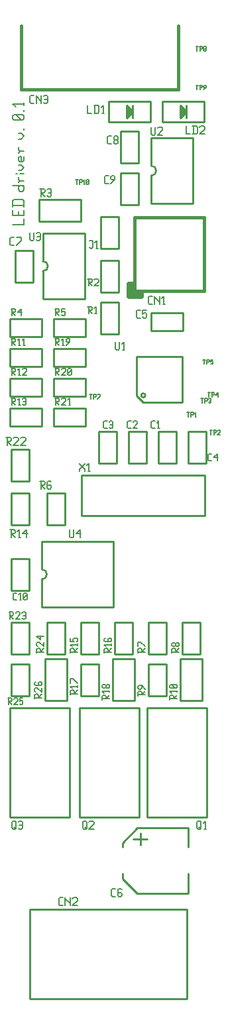
<source format=gbr>
G04 start of page 8 for group -4079 idx -4079 *
G04 Title: LED driver v. 0.1, topsilk *
G04 Creator: pcb 1.99x *
G04 CreationDate: Sun Jun 28 04:20:52 2009 UTC *
G04 For: davidellsworth *
G04 Format: Gerber/RS-274X *
G04 PCB-Dimensions: 113000 493000 *
G04 PCB-Coordinate-Origin: lower left *
%MOIN*%
%FSLAX24Y24*%
%LNFRONTSILK*%
%ADD15C,0.0100*%
%ADD20C,0.0150*%
%ADD43C,0.0070*%
%ADD44C,0.0250*%
G54D43*X740Y39100D02*X1300D01*
Y39380D02*Y39100D01*
X1020Y39758D02*Y39548D01*
X1300Y39828D02*Y39548D01*
X740D02*X1300D01*
X740Y39828D02*Y39548D01*
Y40066D02*X1300D01*
X740Y40276D02*X810Y40346D01*
X1230D01*
X1300Y40276D02*X1230Y40346D01*
X1300Y40276D02*Y39996D01*
X740Y40276D02*Y39996D01*
Y41046D02*X1300D01*
Y40976D02*X1230Y41046D01*
X1300Y40976D02*Y40836D01*
X1230Y40766D02*X1300Y40836D01*
X1090Y40766D02*X1230D01*
X1090D02*X1020Y40836D01*
Y40976D02*Y40836D01*
Y40976D02*X1090Y41046D01*
Y41284D02*X1300D01*
X1090D02*X1020Y41354D01*
Y41494D02*Y41354D01*
Y41214D02*X1090Y41284D01*
X880Y41662D02*X950D01*
X1090D02*X1300D01*
X1020Y41802D02*X1160D01*
X1300Y41942D01*
X1160Y42082D01*
X1020D02*X1160D01*
X1300Y42530D02*Y42320D01*
X1230Y42250D02*X1300Y42320D01*
X1090Y42250D02*X1230D01*
X1090D02*X1020Y42320D01*
Y42460D02*Y42320D01*
Y42460D02*X1090Y42530D01*
X1160D02*Y42250D01*
X1090Y42530D02*X1160D01*
X1090Y42769D02*X1300D01*
X1090D02*X1020Y42839D01*
Y42979D02*Y42839D01*
Y42699D02*X1090Y42769D01*
X1020Y43399D02*X1160D01*
X1300Y43539D01*
X1160Y43679D01*
X1020D02*X1160D01*
X1300Y43917D02*Y43847D01*
X1230Y44337D02*X1300Y44407D01*
X810Y44337D02*X1230D01*
X810D02*X740Y44407D01*
Y44547D02*Y44407D01*
Y44547D02*X810Y44617D01*
X1230D01*
X1300Y44547D02*X1230Y44617D01*
X1300Y44547D02*Y44407D01*
X1160Y44337D02*X880Y44617D01*
X1300Y44855D02*Y44785D01*
Y45233D02*Y45093D01*
X740Y45163D02*X1300D01*
X880Y45023D02*X740Y45163D01*
G54D15*X5150Y39500D02*Y37900D01*
Y39500D02*X6050D01*
Y37900D01*
X5150D02*X6050D01*
X1750Y37800D02*Y36200D01*
X850D02*X1750D01*
X850Y37800D02*Y36200D01*
Y37800D02*X1750D01*
X2250Y38650D02*Y37250D01*
Y36750D02*Y35350D01*
Y38650D02*X4350D01*
Y35350D01*
X2250D02*X4350D01*
X2250Y36750D02*G75*G03X2250Y37250I0J250D01*G01*
X5150Y37300D02*Y35700D01*
Y37300D02*X6050D01*
Y35700D01*
X5150D02*X6050D01*
X2050Y40350D02*Y39250D01*
Y40350D02*X4150D01*
Y39250D01*
X2050D02*X4150D01*
X6600Y44900D02*Y44650D01*
X6550Y44950D02*Y44600D01*
X6500Y45050D02*Y44550D01*
X6450Y45100D02*X6750Y44800D01*
X6450Y45100D02*Y44450D01*
X6750Y44750D02*X6450Y44450D01*
X6750Y45100D02*Y44450D01*
X6700Y44800D02*Y44750D01*
X5550Y45300D02*X7650D01*
X6650Y44850D02*Y44700D01*
X5550Y44250D02*X7650D01*
X5550Y45300D02*Y44250D01*
X7650Y45300D02*Y44250D01*
X9300Y44900D02*Y44650D01*
X9250Y44950D02*Y44600D01*
X9200Y45050D02*Y44550D01*
X9150Y45100D02*X9450Y44800D01*
X9150Y45100D02*Y44450D01*
X9450Y44750D02*X9150Y44450D01*
X9450Y45100D02*Y44450D01*
X9400Y44800D02*Y44750D01*
X8250Y45300D02*X10350D01*
X9350Y44850D02*Y44700D01*
X8250Y44250D02*X10350D01*
X8250Y45300D02*Y44250D01*
X10350Y45300D02*Y44250D01*
G54D20*X1150Y49100D02*Y45900D01*
X9000D01*
X9050Y49100D02*Y45900D01*
G54D15*X7700Y43450D02*Y42050D01*
Y41550D02*Y40150D01*
Y43450D02*X9800D01*
Y40150D01*
X7700D02*X9800D01*
X7700Y41550D02*G75*G03X7700Y42050I0J250D01*G01*
X6150Y41700D02*Y40100D01*
Y41700D02*X7050D01*
Y40100D01*
X6150D02*X7050D01*
Y43800D02*Y42200D01*
X6150D02*X7050D01*
X6150Y43800D02*Y42200D01*
Y43800D02*X7050D01*
X5750Y15150D02*X6850D01*
X5750Y17250D02*Y15150D01*
Y17250D02*X6850D01*
Y15150D01*
X4100Y9300D02*X7100D01*
X4100Y14800D02*X7100D01*
X4100D02*Y9300D01*
X7100Y14800D02*Y9300D01*
X9150Y15150D02*X10250D01*
X9150Y17250D02*Y15150D01*
Y17250D02*X10250D01*
Y15150D01*
X7550Y17000D02*Y15400D01*
Y17000D02*X8450D01*
Y15400D01*
X7550D02*X8450D01*
X7550Y19100D02*Y17500D01*
Y19100D02*X8450D01*
Y17500D01*
X7550D02*X8450D01*
X7500Y9300D02*X10500D01*
X7500Y14800D02*X10500D01*
X7500D02*Y9300D01*
X10500Y14800D02*Y9300D01*
X4150Y17000D02*Y15400D01*
Y17000D02*X5050D01*
Y15400D01*
X4150D02*X5050D01*
X650Y17000D02*Y15400D01*
Y17000D02*X1550D01*
Y15400D01*
X650D02*X1550D01*
X2350Y15150D02*X3450D01*
X2350Y17250D02*Y15150D01*
Y17250D02*X3450D01*
Y15150D01*
X2450Y19100D02*Y17500D01*
Y19100D02*X3350D01*
Y17500D01*
X2450D02*X3350D01*
X4150Y19100D02*Y17500D01*
Y19100D02*X5050D01*
Y17500D01*
X4150D02*X5050D01*
X650Y19100D02*Y17500D01*
Y19100D02*X1550D01*
Y17500D01*
X650D02*X1550D01*
X9550Y8750D02*X7000D01*
X9550D02*Y7800D01*
Y6450D02*Y5450D01*
X7000D01*
X6250Y6200D02*X7000Y5450D01*
Y8750D02*X6250Y8000D01*
Y7800D01*
Y6450D02*Y6200D01*
X6800Y8200D02*X7500D01*
X7150Y8500D02*Y7900D01*
X600Y9300D02*X3600D01*
X600Y14800D02*X3600D01*
X600D02*Y9300D01*
X3600Y14800D02*Y9300D01*
X1610Y162D02*X9484D01*
X1610Y4650D02*Y162D01*
Y4650D02*X9484D01*
Y162D01*
X650Y27800D02*Y26200D01*
Y27800D02*X1550D01*
Y26200D01*
X650D02*X1550D01*
X4200Y24450D02*X10400D01*
Y26500D02*Y24450D01*
X4200Y26500D02*X10400D01*
X4200D02*Y24450D01*
X8950Y28700D02*Y27100D01*
X8050D02*X8950D01*
X8050Y28700D02*Y27100D01*
Y28700D02*X8950D01*
X5050D02*Y27100D01*
Y28700D02*X5950D01*
Y27100D01*
X5050D02*X5950D01*
X7450Y28700D02*Y27100D01*
X6550D02*X7450D01*
X6550Y28700D02*Y27100D01*
Y28700D02*X7450D01*
X2450Y25600D02*Y24000D01*
Y25600D02*X3350D01*
Y24000D01*
X2450D02*X3350D01*
X650Y22300D02*Y20700D01*
Y22300D02*X1550D01*
Y20700D01*
X650D02*X1550D01*
X5850Y19100D02*Y17500D01*
Y19100D02*X6750D01*
Y17500D01*
X5850D02*X6750D01*
X650Y25600D02*Y24000D01*
Y25600D02*X1550D01*
Y24000D01*
X650D02*X1550D01*
X2200Y23150D02*Y21750D01*
Y21250D02*Y19850D01*
Y23150D02*X5800D01*
Y19850D01*
X2200D02*X5800D01*
X2200Y21250D02*G75*G03X2200Y21750I0J250D01*G01*
X2800Y29850D02*X4400D01*
Y28950D01*
X2800D02*X4400D01*
X2800Y29850D02*Y28950D01*
X2200Y29850D02*X600D01*
X2200Y28950D02*Y29850D01*
X600Y28950D02*X2200D01*
X600Y29850D02*Y28950D01*
X9250Y19100D02*Y17500D01*
Y19100D02*X10150D01*
Y17500D01*
X9250D02*X10150D01*
X9550Y28700D02*Y27100D01*
Y28700D02*X10450D01*
Y27100D01*
X9550D02*X10450D01*
X2800Y32850D02*X4400D01*
Y31950D01*
X2800D02*X4400D01*
X2800Y32850D02*Y31950D01*
X2200Y32850D02*X600D01*
X2200Y31950D02*Y32850D01*
X600Y31950D02*X2200D01*
X600Y32850D02*Y31950D01*
X2200Y31350D02*X600D01*
X2200Y30450D02*Y31350D01*
X600Y30450D02*X2200D01*
X600Y31350D02*Y30450D01*
X2800Y31350D02*X4400D01*
Y30450D01*
X2800D02*X4400D01*
X2800Y31350D02*Y30450D01*
X2200Y34350D02*X600D01*
X2200Y33450D02*Y34350D01*
X600Y33450D02*X2200D01*
X600Y34350D02*Y33450D01*
X4400Y34350D02*X2800D01*
X4400Y33450D02*Y34350D01*
X2800Y33450D02*X4400D01*
X2800Y34350D02*Y33450D01*
X6950Y32450D02*Y30500D01*
X7300Y30150D01*
X9250Y32450D02*Y30150D01*
X7300D02*X9250D01*
X6950Y32450D02*X9250D01*
X7300Y30400D02*G75*G03X7300Y30400I0J100D01*G01*
X7700Y33750D02*X9300D01*
X7700Y34650D02*Y33750D01*
Y34650D02*X9300D01*
Y33750D01*
X5150Y35200D02*Y33600D01*
Y35200D02*X6050D01*
Y33600D01*
X5150D02*X6050D01*
G54D44*X6600Y35650D02*X7200D01*
X6750Y36100D02*Y35500D01*
X6600Y36100D02*Y35500D01*
Y36100D02*X6800D01*
X7200Y35500D02*Y35700D01*
X6600Y35500D02*X7200D01*
G54D20*X6850Y35750D02*Y39450D01*
X10350D02*Y35750D01*
X6850D01*
Y39450D02*X10350D01*
G54D43*X400Y28400D02*X600D01*
X650Y28350D01*
Y28250D01*
X600Y28200D02*X650Y28250D01*
X450Y28200D02*X600D01*
X450Y28400D02*Y28000D01*
Y28200D02*X650Y28000D01*
X770Y28350D02*X820Y28400D01*
X970D01*
X1020Y28350D01*
Y28250D01*
X770Y28000D02*X1020Y28250D01*
X770Y28000D02*X1020D01*
X1140Y28350D02*X1190Y28400D01*
X1340D01*
X1390Y28350D01*
Y28250D01*
X1140Y28000D02*X1390Y28250D01*
X1140Y28000D02*X1390D01*
X10594Y27205D02*X10728D01*
X10550Y27249D02*X10594Y27205D01*
X10550Y27516D02*Y27249D01*
Y27516D02*X10594Y27561D01*
X10728D01*
X10834Y27383D02*X11012Y27561D01*
X10834Y27383D02*X11057D01*
X11012Y27561D02*Y27205D01*
X4100Y27100D02*Y27050D01*
X4350Y26800D01*
Y26700D01*
X4100Y26800D02*Y26700D01*
Y26800D02*X4350Y27050D01*
Y27100D02*Y27050D01*
X4520Y26700D02*X4620D01*
X4570Y27100D02*Y26700D01*
X4470Y27000D02*X4570Y27100D01*
X7744Y28855D02*X7878D01*
X7700Y28899D02*X7744Y28855D01*
X7700Y29166D02*Y28899D01*
Y29166D02*X7744Y29211D01*
X7878D01*
X8029Y28855D02*X8118D01*
X8073Y29211D02*Y28855D01*
X7984Y29122D02*X8073Y29211D01*
X5344Y28855D02*X5478D01*
X5300Y28899D02*X5344Y28855D01*
X5300Y29166D02*Y28899D01*
Y29166D02*X5344Y29211D01*
X5478D01*
X5584Y29166D02*X5629Y29211D01*
X5718D01*
X5762Y29166D01*
Y28899D01*
X5718Y28855D02*X5762Y28899D01*
X5629Y28855D02*X5718D01*
X5584Y28899D02*X5629Y28855D01*
Y29033D02*X5762D01*
X6544Y28855D02*X6678D01*
X6500Y28899D02*X6544Y28855D01*
X6500Y29166D02*Y28899D01*
Y29166D02*X6544Y29211D01*
X6678D01*
X6784Y29166D02*X6829Y29211D01*
X6962D01*
X7007Y29166D01*
Y29077D01*
X6784Y28855D02*X7007Y29077D01*
X6784Y28855D02*X7007D01*
X2100Y26200D02*X2300D01*
X2350Y26150D01*
Y26050D01*
X2300Y26000D02*X2350Y26050D01*
X2150Y26000D02*X2300D01*
X2150Y26200D02*Y25800D01*
Y26000D02*X2350Y25800D01*
X2620Y26200D02*X2670Y26150D01*
X2520Y26200D02*X2620D01*
X2470Y26150D02*X2520Y26200D01*
X2470Y26150D02*Y25850D01*
X2520Y25800D01*
X2620Y26000D02*X2670Y25950D01*
X2470Y26000D02*X2620D01*
X2520Y25800D02*X2620D01*
X2670Y25850D01*
Y25950D02*Y25850D01*
X600Y23750D02*X800D01*
X850Y23700D01*
Y23600D01*
X800Y23550D02*X850Y23600D01*
X650Y23550D02*X800D01*
X650Y23750D02*Y23350D01*
Y23550D02*X850Y23350D01*
X1020D02*X1120D01*
X1070Y23750D02*Y23350D01*
X970Y23650D02*X1070Y23750D01*
X1240Y23550D02*X1440Y23750D01*
X1240Y23550D02*X1490D01*
X1440Y23750D02*Y23350D01*
X3600Y23750D02*Y23400D01*
X3650Y23350D01*
X3750D01*
X3800Y23400D01*
Y23750D02*Y23400D01*
X3920Y23550D02*X4120Y23750D01*
X3920Y23550D02*X4170D01*
X4120Y23750D02*Y23350D01*
X9500Y29644D02*X9612D01*
X9556D02*Y29420D01*
X9707Y29644D02*Y29420D01*
X9679Y29644D02*X9791D01*
X9819Y29616D01*
Y29560D01*
X9791Y29532D02*X9819Y29560D01*
X9707Y29532D02*X9791D01*
X9914Y29420D02*X9970D01*
X9942Y29644D02*Y29420D01*
X9886Y29588D02*X9942Y29644D01*
X10650Y28744D02*X10762D01*
X10706D02*Y28520D01*
X10857Y28744D02*Y28520D01*
X10829Y28744D02*X10941D01*
X10969Y28716D01*
Y28660D01*
X10941Y28632D02*X10969Y28660D01*
X10857Y28632D02*X10941D01*
X11036Y28716D02*X11064Y28744D01*
X11148D01*
X11176Y28716D01*
Y28660D01*
X11036Y28520D02*X11176Y28660D01*
X11036Y28520D02*X11176D01*
X3639Y15628D02*Y15450D01*
Y15628D02*X3683Y15672D01*
X3772D01*
X3817Y15628D02*X3772Y15672D01*
X3817Y15628D02*Y15494D01*
X3639D02*X3995D01*
X3817D02*X3995Y15672D01*
Y15912D02*Y15823D01*
X3639Y15868D02*X3995D01*
X3728Y15779D02*X3639Y15868D01*
X3995Y16019D02*X3772Y16242D01*
X3639D02*X3772D01*
X3639D02*Y16019D01*
X5239Y15378D02*Y15200D01*
Y15378D02*X5283Y15422D01*
X5372D01*
X5417Y15378D02*X5372Y15422D01*
X5417Y15378D02*Y15244D01*
X5239D02*X5595D01*
X5417D02*X5595Y15422D01*
Y15662D02*Y15573D01*
X5239Y15618D02*X5595D01*
X5328Y15529D02*X5239Y15618D01*
X5550Y15769D02*X5595Y15814D01*
X5461Y15769D02*X5550D01*
X5461D02*X5417Y15814D01*
Y15903D02*Y15814D01*
Y15903D02*X5461Y15947D01*
X5550D01*
X5595Y15903D02*X5550Y15947D01*
X5595Y15903D02*Y15814D01*
X5372Y15769D02*X5417Y15814D01*
X5283Y15769D02*X5372D01*
X5283D02*X5239Y15814D01*
Y15903D02*Y15814D01*
Y15903D02*X5283Y15947D01*
X5372D01*
X5417Y15903D02*X5372Y15947D01*
X4250Y9050D02*Y8750D01*
Y9050D02*X4300Y9100D01*
X4400D01*
X4450Y9050D01*
Y8750D01*
X4400Y8700D02*X4450Y8750D01*
X4300Y8700D02*X4400D01*
X4250Y8750D02*X4300Y8700D01*
X4350Y8800D02*X4450Y8700D01*
X4570Y9050D02*X4620Y9100D01*
X4770D01*
X4820Y9050D01*
Y8950D01*
X4570Y8700D02*X4820Y8950D01*
X4570Y8700D02*X4820D01*
X3100Y4850D02*X3250D01*
X3050Y4900D02*X3100Y4850D01*
X3050Y5200D02*Y4900D01*
Y5200D02*X3100Y5250D01*
X3250D01*
X3370D02*Y4850D01*
Y5250D02*Y5200D01*
X3620Y4950D01*
Y5250D02*Y4850D01*
X3740Y5200D02*X3790Y5250D01*
X3940D01*
X3990Y5200D01*
Y5100D01*
X3740Y4850D02*X3990Y5100D01*
X3740Y4850D02*X3990D01*
X8639Y15378D02*Y15200D01*
Y15378D02*X8683Y15422D01*
X8772D01*
X8817Y15378D02*X8772Y15422D01*
X8817Y15378D02*Y15244D01*
X8639D02*X8995D01*
X8817D02*X8995Y15422D01*
Y15662D02*Y15573D01*
X8639Y15618D02*X8995D01*
X8728Y15529D02*X8639Y15618D01*
X8950Y15769D02*X8995Y15814D01*
X8683Y15769D02*X8950D01*
X8683D02*X8639Y15814D01*
Y15903D02*Y15814D01*
Y15903D02*X8683Y15947D01*
X8950D01*
X8995Y15903D02*X8950Y15947D01*
X8995Y15903D02*Y15814D01*
X8906Y15769D02*X8728Y15947D01*
X7039Y15578D02*Y15400D01*
Y15578D02*X7083Y15622D01*
X7172D01*
X7217Y15578D02*X7172Y15622D01*
X7217Y15578D02*Y15444D01*
X7039D02*X7395D01*
X7217D02*X7395Y15622D01*
Y15729D02*X7217Y15907D01*
X7083D02*X7217D01*
X7039Y15862D02*X7083Y15907D01*
X7039Y15862D02*Y15773D01*
X7083Y15729D02*X7039Y15773D01*
X7083Y15729D02*X7172D01*
X7217Y15773D01*
Y15907D02*Y15773D01*
X10000Y9050D02*Y8750D01*
Y9050D02*X10050Y9100D01*
X10150D01*
X10200Y9050D01*
Y8750D01*
X10150Y8700D02*X10200Y8750D01*
X10050Y8700D02*X10150D01*
X10000Y8750D02*X10050Y8700D01*
X10100Y8800D02*X10200Y8700D01*
X10370D02*X10470D01*
X10420Y9100D02*Y8700D01*
X10320Y9000D02*X10420Y9100D01*
X8739Y17728D02*Y17550D01*
Y17728D02*X8783Y17772D01*
X8872D01*
X8917Y17728D02*X8872Y17772D01*
X8917Y17728D02*Y17594D01*
X8739D02*X9095D01*
X8917D02*X9095Y17772D01*
X9050Y17879D02*X9095Y17923D01*
X8961Y17879D02*X9050D01*
X8961D02*X8917Y17923D01*
Y18012D02*Y17923D01*
Y18012D02*X8961Y18057D01*
X9050D01*
X9095Y18012D02*X9050Y18057D01*
X9095Y18012D02*Y17923D01*
X8872Y17879D02*X8917Y17923D01*
X8783Y17879D02*X8872D01*
X8783D02*X8739Y17923D01*
Y18012D02*Y17923D01*
Y18012D02*X8783Y18057D01*
X8872D01*
X8917Y18012D02*X8872Y18057D01*
X7039Y17728D02*Y17550D01*
Y17728D02*X7083Y17772D01*
X7172D01*
X7217Y17728D02*X7172Y17772D01*
X7217Y17728D02*Y17594D01*
X7039D02*X7395D01*
X7217D02*X7395Y17772D01*
Y17879D02*X7172Y18101D01*
X7039D02*X7172D01*
X7039D02*Y17879D01*
X3639Y17728D02*Y17550D01*
Y17728D02*X3683Y17772D01*
X3772D01*
X3817Y17728D02*X3772Y17772D01*
X3817Y17728D02*Y17594D01*
X3639D02*X3995D01*
X3817D02*X3995Y17772D01*
Y18012D02*Y17923D01*
X3639Y17968D02*X3995D01*
X3728Y17879D02*X3639Y17968D01*
Y18297D02*Y18119D01*
X3817D01*
X3772Y18164D01*
Y18253D02*Y18164D01*
Y18253D02*X3817Y18297D01*
X3950D01*
X3995Y18253D02*X3950Y18297D01*
X3995Y18253D02*Y18164D01*
X3950Y18119D02*X3995Y18164D01*
X500Y15272D02*X656D01*
X695Y15233D01*
Y15155D01*
X656Y15116D02*X695Y15155D01*
X539Y15116D02*X656D01*
X539Y15272D02*Y14960D01*
Y15116D02*X695Y14960D01*
X788Y15233D02*X827Y15272D01*
X944D01*
X983Y15233D01*
Y15155D01*
X788Y14960D02*X983Y15155D01*
X788Y14960D02*X983D01*
X1077Y15272D02*X1233D01*
X1077D02*Y15116D01*
X1116Y15155D01*
X1194D01*
X1233Y15116D01*
Y14999D01*
X1194Y14960D02*X1233Y14999D01*
X1116Y14960D02*X1194D01*
X1077Y14999D02*X1116Y14960D01*
X1839Y15428D02*Y15250D01*
Y15428D02*X1883Y15472D01*
X1972D01*
X2017Y15428D02*X1972Y15472D01*
X2017Y15428D02*Y15294D01*
X1839D02*X2195D01*
X2017D02*X2195Y15472D01*
X1883Y15579D02*X1839Y15623D01*
Y15757D02*Y15623D01*
Y15757D02*X1883Y15801D01*
X1972D01*
X2195Y15579D02*X1972Y15801D01*
X2195D02*Y15579D01*
X1839Y16042D02*X1883Y16086D01*
X1839Y16042D02*Y15953D01*
X1883Y15908D02*X1839Y15953D01*
X1883Y15908D02*X2150D01*
X2195Y15953D01*
X2017Y16042D02*X2061Y16086D01*
X2017Y16042D02*Y15908D01*
X2195Y16042D02*Y15953D01*
Y16042D02*X2150Y16086D01*
X2061D02*X2150D01*
X1939Y17728D02*Y17550D01*
Y17728D02*X1983Y17772D01*
X2072D01*
X2117Y17728D02*X2072Y17772D01*
X2117Y17728D02*Y17594D01*
X1939D02*X2295D01*
X2117D02*X2295Y17772D01*
X1983Y17879D02*X1939Y17923D01*
Y18057D02*Y17923D01*
Y18057D02*X1983Y18101D01*
X2072D01*
X2295Y17879D02*X2072Y18101D01*
X2295D02*Y17879D01*
X2117Y18208D02*X1939Y18386D01*
X2117Y18431D02*Y18208D01*
X1939Y18386D02*X2295D01*
X794Y20205D02*X928D01*
X750Y20249D02*X794Y20205D01*
X750Y20516D02*Y20249D01*
Y20516D02*X794Y20561D01*
X928D01*
X1079Y20205D02*X1168D01*
X1123Y20561D02*Y20205D01*
X1034Y20472D02*X1123Y20561D01*
X1275Y20249D02*X1319Y20205D01*
X1275Y20516D02*Y20249D01*
Y20516D02*X1319Y20561D01*
X1408D01*
X1453Y20516D01*
Y20249D01*
X1408Y20205D02*X1453Y20249D01*
X1319Y20205D02*X1408D01*
X1275Y20294D02*X1453Y20472D01*
X700Y9050D02*Y8750D01*
Y9050D02*X750Y9100D01*
X850D01*
X900Y9050D01*
Y8750D01*
X850Y8700D02*X900Y8750D01*
X750Y8700D02*X850D01*
X700Y8750D02*X750Y8700D01*
X800Y8800D02*X900Y8700D01*
X1020Y9050D02*X1070Y9100D01*
X1170D01*
X1220Y9050D01*
Y8750D01*
X1170Y8700D02*X1220Y8750D01*
X1070Y8700D02*X1170D01*
X1020Y8750D02*X1070Y8700D01*
Y8900D02*X1220D01*
X550Y19611D02*X728D01*
X772Y19566D01*
Y19477D01*
X728Y19433D02*X772Y19477D01*
X594Y19433D02*X728D01*
X594Y19611D02*Y19255D01*
Y19433D02*X772Y19255D01*
X879Y19566D02*X923Y19611D01*
X1057D01*
X1101Y19566D01*
Y19477D01*
X879Y19255D02*X1101Y19477D01*
X879Y19255D02*X1101D01*
X1208Y19566D02*X1253Y19611D01*
X1342D01*
X1386Y19566D01*
Y19299D01*
X1342Y19255D02*X1386Y19299D01*
X1253Y19255D02*X1342D01*
X1208Y19299D02*X1253Y19255D01*
Y19433D02*X1386D01*
X5339Y17728D02*Y17550D01*
Y17728D02*X5383Y17772D01*
X5472D01*
X5517Y17728D02*X5472Y17772D01*
X5517Y17728D02*Y17594D01*
X5339D02*X5695D01*
X5517D02*X5695Y17772D01*
Y18012D02*Y17923D01*
X5339Y17968D02*X5695D01*
X5428Y17879D02*X5339Y17968D01*
Y18253D02*X5383Y18297D01*
X5339Y18253D02*Y18164D01*
X5383Y18119D02*X5339Y18164D01*
X5383Y18119D02*X5650D01*
X5695Y18164D01*
X5517Y18253D02*X5561Y18297D01*
X5517Y18253D02*Y18119D01*
X5695Y18253D02*Y18164D01*
Y18253D02*X5650Y18297D01*
X5561D02*X5650D01*
X5750Y5300D02*X5900D01*
X5700Y5350D02*X5750Y5300D01*
X5700Y5650D02*Y5350D01*
Y5650D02*X5750Y5700D01*
X5900D01*
X6170D02*X6220Y5650D01*
X6070Y5700D02*X6170D01*
X6020Y5650D02*X6070Y5700D01*
X6020Y5650D02*Y5350D01*
X6070Y5300D01*
X6170Y5500D02*X6220Y5450D01*
X6020Y5500D02*X6170D01*
X6070Y5300D02*X6170D01*
X6220Y5350D01*
Y5450D02*Y5350D01*
X3900Y41344D02*X4012D01*
X3956D02*Y41120D01*
X4107Y41344D02*Y41120D01*
X4079Y41344D02*X4191D01*
X4219Y41316D01*
Y41260D01*
X4191Y41232D02*X4219Y41260D01*
X4107Y41232D02*X4191D01*
X4314Y41120D02*X4370D01*
X4342Y41344D02*Y41120D01*
X4286Y41288D02*X4342Y41344D01*
X4437Y41148D02*X4465Y41120D01*
X4437Y41316D02*Y41148D01*
Y41316D02*X4465Y41344D01*
X4521D01*
X4549Y41316D01*
Y41148D01*
X4521Y41120D02*X4549Y41148D01*
X4465Y41120D02*X4521D01*
X4437Y41176D02*X4549Y41288D01*
X4600Y38300D02*X4750D01*
Y37950D01*
X4700Y37900D02*X4750Y37950D01*
X4650Y37900D02*X4700D01*
X4600Y37950D02*X4650Y37900D01*
X4920D02*X5020D01*
X4970Y38300D02*Y37900D01*
X4870Y38200D02*X4970Y38300D01*
X650Y38050D02*X800D01*
X600Y38100D02*X650Y38050D01*
X600Y38400D02*Y38100D01*
Y38400D02*X650Y38450D01*
X800D01*
X920Y38050D02*X1170Y38300D01*
Y38450D02*Y38300D01*
X920Y38450D02*X1170D01*
X1600Y38700D02*Y38350D01*
X1650Y38300D01*
X1750D01*
X1800Y38350D01*
Y38700D02*Y38350D01*
X1920Y38650D02*X1970Y38700D01*
X2070D01*
X2120Y38650D01*
Y38350D01*
X2070Y38300D02*X2120Y38350D01*
X1970Y38300D02*X2070D01*
X1920Y38350D02*X1970Y38300D01*
Y38500D02*X2120D01*
X2100Y40900D02*X2300D01*
X2350Y40850D01*
Y40750D01*
X2300Y40700D02*X2350Y40750D01*
X2150Y40700D02*X2300D01*
X2150Y40900D02*Y40500D01*
Y40700D02*X2350Y40500D01*
X2470Y40850D02*X2520Y40900D01*
X2620D01*
X2670Y40850D01*
Y40550D01*
X2620Y40500D02*X2670Y40550D01*
X2520Y40500D02*X2620D01*
X2470Y40550D02*X2520Y40500D01*
Y40700D02*X2670D01*
X9950Y48044D02*X10062D01*
X10006D02*Y47820D01*
X10157Y48044D02*Y47820D01*
X10129Y48044D02*X10241D01*
X10269Y48016D01*
Y47960D01*
X10241Y47932D02*X10269Y47960D01*
X10157Y47932D02*X10241D01*
X10336Y47848D02*X10364Y47820D01*
X10336Y47904D02*Y47848D01*
Y47904D02*X10364Y47932D01*
X10420D01*
X10448Y47904D01*
Y47848D01*
X10420Y47820D02*X10448Y47848D01*
X10364Y47820D02*X10420D01*
X10336Y47960D02*X10364Y47932D01*
X10336Y48016D02*Y47960D01*
Y48016D02*X10364Y48044D01*
X10420D01*
X10448Y48016D01*
Y47960D01*
X10420Y47932D02*X10448Y47960D01*
X9950Y46094D02*X10062D01*
X10006D02*Y45870D01*
X10157Y46094D02*Y45870D01*
X10129Y46094D02*X10241D01*
X10269Y46066D01*
Y46010D01*
X10241Y45982D02*X10269Y46010D01*
X10157Y45982D02*X10241D01*
X10336Y45870D02*X10448Y45982D01*
Y46066D02*Y45982D01*
X10420Y46094D02*X10448Y46066D01*
X10364Y46094D02*X10420D01*
X10336Y46066D02*X10364Y46094D01*
X10336Y46066D02*Y46010D01*
X10364Y45982D01*
X10448D01*
X4500Y45100D02*Y44700D01*
X4700D01*
X4870Y45100D02*Y44700D01*
X5020Y45100D02*X5070Y45050D01*
Y44750D01*
X5020Y44700D02*X5070Y44750D01*
X4820Y44700D02*X5020D01*
X4820Y45100D02*X5020D01*
X5240Y44700D02*X5340D01*
X5290Y45100D02*Y44700D01*
X5190Y45000D02*X5290Y45100D01*
X9450Y44050D02*Y43650D01*
X9650D01*
X9820Y44050D02*Y43650D01*
X9970Y44050D02*X10020Y44000D01*
Y43700D01*
X9970Y43650D02*X10020Y43700D01*
X9770Y43650D02*X9970D01*
X9770Y44050D02*X9970D01*
X10140Y44000D02*X10190Y44050D01*
X10340D01*
X10390Y44000D01*
Y43900D01*
X10140Y43650D02*X10390Y43900D01*
X10140Y43650D02*X10390D01*
X1650Y45200D02*X1800D01*
X1600Y45250D02*X1650Y45200D01*
X1600Y45550D02*Y45250D01*
Y45550D02*X1650Y45600D01*
X1800D01*
X1920D02*Y45200D01*
Y45600D02*Y45550D01*
X2170Y45300D01*
Y45600D02*Y45200D01*
X2290Y45550D02*X2340Y45600D01*
X2440D01*
X2490Y45550D01*
Y45250D01*
X2440Y45200D02*X2490Y45250D01*
X2340Y45200D02*X2440D01*
X2290Y45250D02*X2340Y45200D01*
Y45400D02*X2490D01*
X7700Y44000D02*Y43650D01*
X7750Y43600D01*
X7850D01*
X7900Y43650D01*
Y44000D02*Y43650D01*
X8020Y43950D02*X8070Y44000D01*
X8220D01*
X8270Y43950D01*
Y43850D01*
X8020Y43600D02*X8270Y43850D01*
X8020Y43600D02*X8270D01*
X5400Y41150D02*X5550D01*
X5350Y41200D02*X5400Y41150D01*
X5350Y41500D02*Y41200D01*
Y41500D02*X5400Y41550D01*
X5550D01*
X5670Y41150D02*X5870Y41350D01*
Y41500D02*Y41350D01*
X5820Y41550D02*X5870Y41500D01*
X5720Y41550D02*X5820D01*
X5670Y41500D02*X5720Y41550D01*
X5670Y41500D02*Y41400D01*
X5720Y41350D01*
X5870D01*
X5550Y43150D02*X5700D01*
X5500Y43200D02*X5550Y43150D01*
X5500Y43500D02*Y43200D01*
Y43500D02*X5550Y43550D01*
X5700D01*
X5820Y43200D02*X5870Y43150D01*
X5820Y43300D02*Y43200D01*
Y43300D02*X5870Y43350D01*
X5970D01*
X6020Y43300D01*
Y43200D01*
X5970Y43150D02*X6020Y43200D01*
X5870Y43150D02*X5970D01*
X5820Y43400D02*X5870Y43350D01*
X5820Y43500D02*Y43400D01*
Y43500D02*X5870Y43550D01*
X5970D01*
X6020Y43500D01*
Y43400D01*
X5970Y43350D02*X6020Y43400D01*
X2850Y33361D02*X3028D01*
X3072Y33316D01*
Y33227D01*
X3028Y33183D02*X3072Y33227D01*
X2894Y33183D02*X3028D01*
X2894Y33361D02*Y33005D01*
Y33183D02*X3072Y33005D01*
X3223D02*X3312D01*
X3268Y33361D02*Y33005D01*
X3179Y33272D02*X3268Y33361D01*
X3419Y33005D02*X3597Y33183D01*
Y33316D02*Y33183D01*
X3553Y33361D02*X3597Y33316D01*
X3464Y33361D02*X3553D01*
X3419Y33316D02*X3464Y33361D01*
X3419Y33316D02*Y33227D01*
X3464Y33183D01*
X3597D01*
X650Y33361D02*X828D01*
X872Y33316D01*
Y33227D01*
X828Y33183D02*X872Y33227D01*
X694Y33183D02*X828D01*
X694Y33361D02*Y33005D01*
Y33183D02*X872Y33005D01*
X1023D02*X1112D01*
X1068Y33361D02*Y33005D01*
X979Y33272D02*X1068Y33361D01*
X1264Y33005D02*X1353D01*
X1308Y33361D02*Y33005D01*
X1219Y33272D02*X1308Y33361D01*
X650Y31861D02*X828D01*
X872Y31816D01*
Y31727D01*
X828Y31683D02*X872Y31727D01*
X694Y31683D02*X828D01*
X694Y31861D02*Y31505D01*
Y31683D02*X872Y31505D01*
X1023D02*X1112D01*
X1068Y31861D02*Y31505D01*
X979Y31772D02*X1068Y31861D01*
X1219Y31816D02*X1264Y31861D01*
X1397D01*
X1442Y31816D01*
Y31727D01*
X1219Y31505D02*X1442Y31727D01*
X1219Y31505D02*X1442D01*
X5900Y33200D02*Y32850D01*
X5950Y32800D01*
X6050D01*
X6100Y32850D01*
Y33200D02*Y32850D01*
X6270Y32800D02*X6370D01*
X6320Y33200D02*Y32800D01*
X6220Y33100D02*X6320Y33200D01*
X4500Y36361D02*X4678D01*
X4722Y36316D01*
Y36227D01*
X4678Y36183D02*X4722Y36227D01*
X4544Y36183D02*X4678D01*
X4544Y36361D02*Y36005D01*
Y36183D02*X4722Y36005D01*
X4829Y36316D02*X4873Y36361D01*
X5007D01*
X5051Y36316D01*
Y36227D01*
X4829Y36005D02*X5051Y36227D01*
X4829Y36005D02*X5051D01*
X7000Y34400D02*X7150D01*
X6950Y34450D02*X7000Y34400D01*
X6950Y34750D02*Y34450D01*
Y34750D02*X7000Y34800D01*
X7150D01*
X7270D02*X7470D01*
X7270D02*Y34600D01*
X7320Y34650D01*
X7420D01*
X7470Y34600D01*
Y34450D01*
X7420Y34400D02*X7470Y34450D01*
X7320Y34400D02*X7420D01*
X7270Y34450D02*X7320Y34400D01*
X4500Y34961D02*X4678D01*
X4722Y34916D01*
Y34827D01*
X4678Y34783D02*X4722Y34827D01*
X4544Y34783D02*X4678D01*
X4544Y34961D02*Y34605D01*
Y34783D02*X4722Y34605D01*
X4873D02*X4962D01*
X4918Y34961D02*Y34605D01*
X4829Y34872D02*X4918Y34961D01*
X7600Y35100D02*X7750D01*
X7550Y35150D02*X7600Y35100D01*
X7550Y35450D02*Y35150D01*
Y35450D02*X7600Y35500D01*
X7750D01*
X7870D02*Y35100D01*
Y35500D02*Y35450D01*
X8120Y35200D01*
Y35500D02*Y35100D01*
X8290D02*X8390D01*
X8340Y35500D02*Y35100D01*
X8240Y35400D02*X8340Y35500D01*
X2850Y30361D02*X3028D01*
X3072Y30316D01*
Y30227D01*
X3028Y30183D02*X3072Y30227D01*
X2894Y30183D02*X3028D01*
X2894Y30361D02*Y30005D01*
Y30183D02*X3072Y30005D01*
X3179Y30316D02*X3223Y30361D01*
X3357D01*
X3401Y30316D01*
Y30227D01*
X3179Y30005D02*X3401Y30227D01*
X3179Y30005D02*X3401D01*
X3553D02*X3642D01*
X3597Y30361D02*Y30005D01*
X3508Y30272D02*X3597Y30361D01*
X650Y34861D02*X828D01*
X872Y34816D01*
Y34727D01*
X828Y34683D02*X872Y34727D01*
X694Y34683D02*X828D01*
X694Y34861D02*Y34505D01*
Y34683D02*X872Y34505D01*
X979Y34683D02*X1157Y34861D01*
X979Y34683D02*X1201D01*
X1157Y34861D02*Y34505D01*
X2850Y31861D02*X3028D01*
X3072Y31816D01*
Y31727D01*
X3028Y31683D02*X3072Y31727D01*
X2894Y31683D02*X3028D01*
X2894Y31861D02*Y31505D01*
Y31683D02*X3072Y31505D01*
X3179Y31816D02*X3223Y31861D01*
X3357D01*
X3401Y31816D01*
Y31727D01*
X3179Y31505D02*X3401Y31727D01*
X3179Y31505D02*X3401D01*
X3508Y31549D02*X3553Y31505D01*
X3508Y31816D02*Y31549D01*
Y31816D02*X3553Y31861D01*
X3642D01*
X3686Y31816D01*
Y31549D01*
X3642Y31505D02*X3686Y31549D01*
X3553Y31505D02*X3642D01*
X3508Y31594D02*X3686Y31772D01*
X650Y30361D02*X828D01*
X872Y30316D01*
Y30227D01*
X828Y30183D02*X872Y30227D01*
X694Y30183D02*X828D01*
X694Y30361D02*Y30005D01*
Y30183D02*X872Y30005D01*
X1023D02*X1112D01*
X1068Y30361D02*Y30005D01*
X979Y30272D02*X1068Y30361D01*
X1219Y30316D02*X1264Y30361D01*
X1353D01*
X1397Y30316D01*
Y30049D01*
X1353Y30005D02*X1397Y30049D01*
X1264Y30005D02*X1353D01*
X1219Y30049D02*X1264Y30005D01*
Y30183D02*X1397D01*
X4600Y30544D02*X4712D01*
X4656D02*Y30320D01*
X4807Y30544D02*Y30320D01*
X4779Y30544D02*X4891D01*
X4919Y30516D01*
Y30460D01*
X4891Y30432D02*X4919Y30460D01*
X4807Y30432D02*X4891D01*
X4986Y30320D02*X5126Y30460D01*
Y30544D02*Y30460D01*
X4986Y30544D02*X5126D01*
X2850Y34861D02*X3028D01*
X3072Y34816D01*
Y34727D01*
X3028Y34683D02*X3072Y34727D01*
X2894Y34683D02*X3028D01*
X2894Y34861D02*Y34505D01*
Y34683D02*X3072Y34505D01*
X3179Y34861D02*X3357D01*
X3179D02*Y34683D01*
X3223Y34727D01*
X3312D01*
X3357Y34683D01*
Y34549D01*
X3312Y34505D02*X3357Y34549D01*
X3223Y34505D02*X3312D01*
X3179Y34549D02*X3223Y34505D01*
X10300Y32294D02*X10412D01*
X10356D02*Y32070D01*
X10507Y32294D02*Y32070D01*
X10479Y32294D02*X10591D01*
X10619Y32266D01*
Y32210D01*
X10591Y32182D02*X10619Y32210D01*
X10507Y32182D02*X10591D01*
X10686Y32294D02*X10798D01*
X10686D02*Y32182D01*
X10714Y32210D01*
X10770D01*
X10798Y32182D01*
Y32098D01*
X10770Y32070D02*X10798Y32098D01*
X10714Y32070D02*X10770D01*
X10686Y32098D02*X10714Y32070D01*
X10200Y30344D02*X10312D01*
X10256D02*Y30120D01*
X10407Y30344D02*Y30120D01*
X10379Y30344D02*X10491D01*
X10519Y30316D01*
Y30260D01*
X10491Y30232D02*X10519Y30260D01*
X10407Y30232D02*X10491D01*
X10586Y30316D02*X10614Y30344D01*
X10670D01*
X10698Y30316D01*
Y30148D01*
X10670Y30120D02*X10698Y30148D01*
X10614Y30120D02*X10670D01*
X10586Y30148D02*X10614Y30120D01*
Y30232D02*X10698D01*
X10550Y30644D02*X10662D01*
X10606D02*Y30420D01*
X10757Y30644D02*Y30420D01*
X10729Y30644D02*X10841D01*
X10869Y30616D01*
Y30560D01*
X10841Y30532D02*X10869Y30560D01*
X10757Y30532D02*X10841D01*
X10936D02*X11048Y30644D01*
X10936Y30532D02*X11076D01*
X11048Y30644D02*Y30420D01*
M02*

</source>
